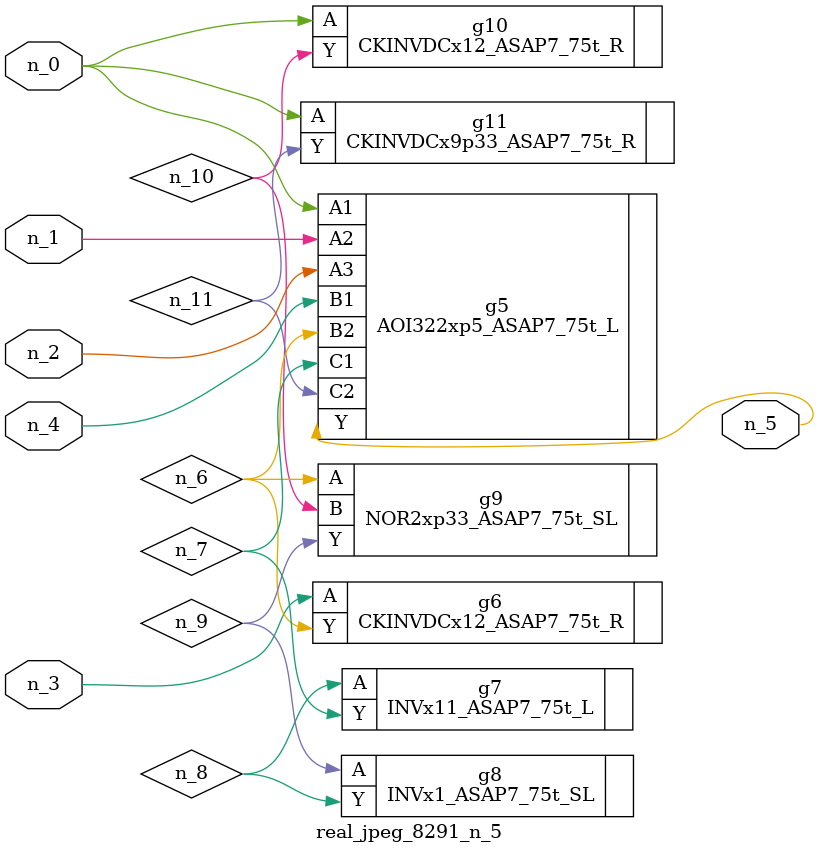
<source format=v>
module real_jpeg_8291_n_5 (n_4, n_0, n_1, n_2, n_3, n_5);

input n_4;
input n_0;
input n_1;
input n_2;
input n_3;

output n_5;

wire n_8;
wire n_11;
wire n_6;
wire n_7;
wire n_10;
wire n_9;

AOI322xp5_ASAP7_75t_L g5 ( 
.A1(n_0),
.A2(n_1),
.A3(n_2),
.B1(n_4),
.B2(n_6),
.C1(n_7),
.C2(n_11),
.Y(n_5)
);

CKINVDCx12_ASAP7_75t_R g10 ( 
.A(n_0),
.Y(n_10)
);

CKINVDCx9p33_ASAP7_75t_R g11 ( 
.A(n_0),
.Y(n_11)
);

CKINVDCx12_ASAP7_75t_R g6 ( 
.A(n_3),
.Y(n_6)
);

NOR2xp33_ASAP7_75t_SL g9 ( 
.A(n_6),
.B(n_10),
.Y(n_9)
);

INVx11_ASAP7_75t_L g7 ( 
.A(n_8),
.Y(n_7)
);

INVx1_ASAP7_75t_SL g8 ( 
.A(n_9),
.Y(n_8)
);


endmodule
</source>
